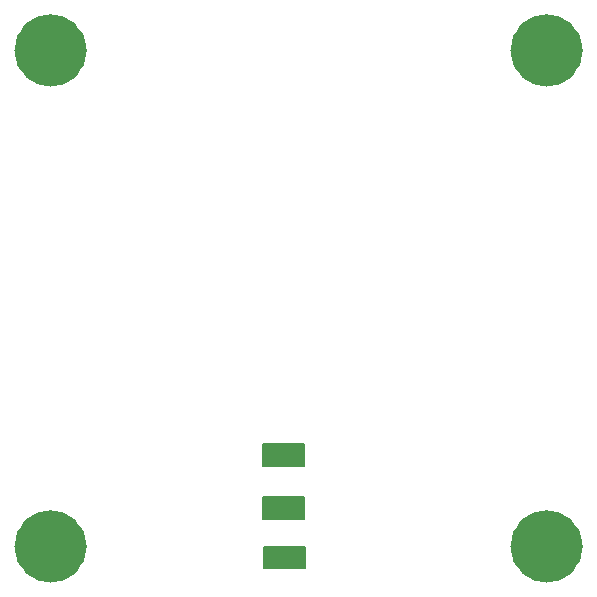
<source format=gbr>
%TF.GenerationSoftware,KiCad,Pcbnew,7.0.7*%
%TF.CreationDate,2024-01-21T18:01:17-05:00*%
%TF.ProjectId,Forerunner-Cubic-Mainboard,466f7265-7275-46e6-9e65-722d43756269,rev?*%
%TF.SameCoordinates,Original*%
%TF.FileFunction,Other,User*%
%FSLAX46Y46*%
G04 Gerber Fmt 4.6, Leading zero omitted, Abs format (unit mm)*
G04 Created by KiCad (PCBNEW 7.0.7) date 2024-01-21 18:01:17*
%MOMM*%
%LPD*%
G01*
G04 APERTURE LIST*
%ADD10C,0.150000*%
%ADD11C,3.075000*%
G04 APERTURE END LIST*
D10*
X22050000Y3950000D02*
X25550000Y3950000D01*
X25550000Y2150000D01*
X22050000Y2150000D01*
X22050000Y3950000D01*
G36*
X22050000Y3950000D02*
G01*
X25550000Y3950000D01*
X25550000Y2150000D01*
X22050000Y2150000D01*
X22050000Y3950000D01*
G37*
X21950000Y8150000D02*
X25450000Y8150000D01*
X25450000Y6350000D01*
X21950000Y6350000D01*
X21950000Y8150000D01*
G36*
X21950000Y8150000D02*
G01*
X25450000Y8150000D01*
X25450000Y6350000D01*
X21950000Y6350000D01*
X21950000Y8150000D01*
G37*
X22000000Y12650000D02*
X25500000Y12650000D01*
X25500000Y10850000D01*
X22000000Y10850000D01*
X22000000Y12650000D01*
G36*
X22000000Y12650000D02*
G01*
X25500000Y12650000D01*
X25500000Y10850000D01*
X22000000Y10850000D01*
X22000000Y12650000D01*
G37*
D11*
X47537500Y46000000D02*
G75*
G03*
X47537500Y46000000I-1537500J0D01*
G01*
X47537500Y4000000D02*
G75*
G03*
X47537500Y4000000I-1537500J0D01*
G01*
X5537500Y46000000D02*
G75*
G03*
X5537500Y46000000I-1537500J0D01*
G01*
X5537500Y4000000D02*
G75*
G03*
X5537500Y4000000I-1537500J0D01*
G01*
M02*

</source>
